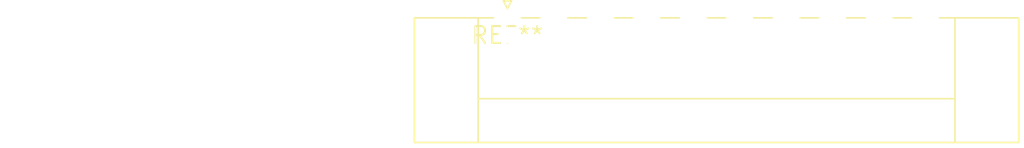
<source format=kicad_pcb>
(kicad_pcb (version 20240108) (generator pcbnew)
  (layers (0 "F.Cu" signal) (31 "B.Cu" signal) (34 "B.Paste" user) (35 "F.Paste" user) (36 "B.SilkS" user "B.Silkscreen") (37 "F.SilkS" user "F.Silkscreen") (38 "B.Mask" user) (39 "F.Mask" user) (44 "Edge.Cuts" user))
  (net 0 "")
  (footprint "PhoenixContact_MC_1,5_10-GF-3.5_1x10_P3.50mm_Horizontal_ThreadedFlange" (layer "F.Cu") (at 0 0)
    (property "Reference" "REF**")
    (property "Value" "PhoenixContact_MC_1,5_10-GF-3.5_1x10_P3.50mm_Horizontal_ThreadedFlange")
    (fp_line (start -7.01 -1.31) (end -7.01 8.11) (layer "F.SilkS") (stroke (width 0.12)))
    (fp_line (start -7.01 -1.31) (end -1.05 -1.31) (layer "F.SilkS") (stroke (width 0.12)))
    (fp_line (start -7.01 8.11) (end 38.51 8.11) (layer "F.SilkS") (stroke (width 0.12)))
    (fp_line (start -2.21 -1.31) (end -2.21 8.11) (layer "F.SilkS") (stroke (width 0.12)))
    (fp_line (start -2.21 4.8) (end 33.71 4.8) (layer "F.SilkS") (stroke (width 0.12)))
    (fp_line (start -0.3 -2.6) (end 0.3 -2.6) (layer "F.SilkS") (stroke (width 0.12)))
    (fp_line (start 0 -2) (end -0.3 -2.6) (layer "F.SilkS") (stroke (width 0.12)))
    (fp_line (start 0.3 -2.6) (end 0 -2) (layer "F.SilkS") (stroke (width 0.12)))
    (fp_line (start 1.05 -1.31) (end 2.45 -1.31) (layer "F.SilkS") (stroke (width 0.12)))
    (fp_line (start 4.55 -1.31) (end 5.95 -1.31) (layer "F.SilkS") (stroke (width 0.12)))
    (fp_line (start 8.05 -1.31) (end 9.45 -1.31) (layer "F.SilkS") (stroke (width 0.12)))
    (fp_line (start 11.55 -1.31) (end 12.95 -1.31) (layer "F.SilkS") (stroke (width 0.12)))
    (fp_line (start 15.05 -1.31) (end 16.45 -1.31) (layer "F.SilkS") (stroke (width 0.12)))
    (fp_line (start 18.55 -1.31) (end 19.95 -1.31) (layer "F.SilkS") (stroke (width 0.12)))
    (fp_line (start 22.05 -1.31) (end 23.45 -1.31) (layer "F.SilkS") (stroke (width 0.12)))
    (fp_line (start 25.55 -1.31) (end 26.95 -1.31) (layer "F.SilkS") (stroke (width 0.12)))
    (fp_line (start 29.05 -1.31) (end 30.45 -1.31) (layer "F.SilkS") (stroke (width 0.12)))
    (fp_line (start 33.71 -1.31) (end 33.71 8.11) (layer "F.SilkS") (stroke (width 0.12)))
    (fp_line (start 38.51 -1.31) (end 32.55 -1.31) (layer "F.SilkS") (stroke (width 0.12)))
    (fp_line (start 38.51 8.11) (end 38.51 -1.31) (layer "F.SilkS") (stroke (width 0.12)))
    (pad "1" thru_hole roundrect (at 0 0) (size 1.8 3.6) (drill 1.2) (layers *.Cu *.Mask) (remove_unused_layers) (roundrect_rratio 0.138889))
    (pad "2" thru_hole oval (at 3.5 0) (size 1.8 3.6) (drill 1.2) (layers *.Cu *.Mask) (remove_unused_layers))
    (pad "3" thru_hole oval (at 7 0) (size 1.8 3.6) (drill 1.2) (layers *.Cu *.Mask) (remove_unused_layers))
    (pad "4" thru_hole oval (at 10.5 0) (size 1.8 3.6) (drill 1.2) (layers *.Cu *.Mask) (remove_unused_layers))
    (pad "5" thru_hole oval (at 14 0) (size 1.8 3.6) (drill 1.2) (layers *.Cu *.Mask) (remove_unused_layers))
    (pad "6" thru_hole oval (at 17.5 0) (size 1.8 3.6) (drill 1.2) (layers *.Cu *.Mask) (remove_unused_layers))
    (pad "7" thru_hole oval (at 21 0) (size 1.8 3.6) (drill 1.2) (layers *.Cu *.Mask) (remove_unused_layers))
    (pad "8" thru_hole oval (at 24.5 0) (size 1.8 3.6) (drill 1.2) (layers *.Cu *.Mask) (remove_unused_layers))
    (pad "9" thru_hole oval (at 28 0) (size 1.8 3.6) (drill 1.2) (layers *.Cu *.Mask) (remove_unused_layers))
    (pad "10" thru_hole oval (at 31.5 0) (size 1.8 3.6) (drill 1.2) (layers *.Cu *.Mask) (remove_unused_layers))
  )
)
</source>
